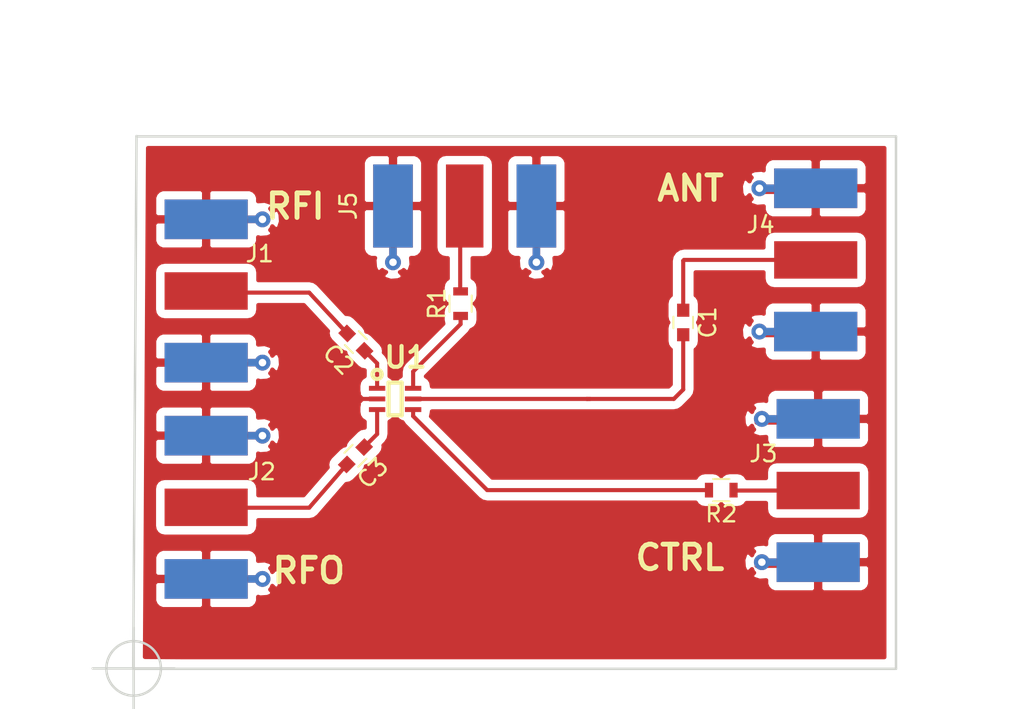
<source format=kicad_pcb>
(kicad_pcb (version 20170922) (host pcbnew "(2017-10-17 revision 537804b)-master")

(general
  (thickness 1.6)
  (drawings 10)
  (tracks 41)
  (zones 0)
  (modules 11)
  (nets 12)
)

(page A4)
(layers
  (0 F.Cu signal)
  (31 B.Cu signal)
  (32 B.Adhes user)
  (33 F.Adhes user)
  (34 B.Paste user)
  (35 F.Paste user)
  (36 B.SilkS user)
  (37 F.SilkS user)
  (38 B.Mask user)
  (39 F.Mask user)
  (40 Dwgs.User user)
  (41 Cmts.User user)
  (42 Eco1.User user)
  (43 Eco2.User user)
  (44 Edge.Cuts user)
  (45 Margin user)
  (46 B.CrtYd user)
  (47 F.CrtYd user)
  (48 B.Fab user)
  (49 F.Fab user)
)


(general
  (thickness 1.6)
  (drawings 10)
  (tracks 41)
  (zones 0)
  (modules 11)
  (nets 12)
)

(page A4)
(layers
  (0 F.Cu signal)
  (31 B.Cu signal)
  (32 B.Adhes user)
  (33 F.Adhes user)
  (34 B.Paste user)
  (35 F.Paste user)
  (36 B.SilkS user)
  (37 F.SilkS user)
  (38 B.Mask user)
  (39 F.Mask user)
  (40 Dwgs.User user)
  (41 Cmts.User user)
  (42 Eco1.User user)
  (43 Eco2.User user)
  (44 Edge.Cuts user)
  (45 Margin user)
  (46 B.CrtYd user)
  (47 F.CrtYd user)
  (48 B.Fab user)
  (49 F.Fab user)
)

(setup
  (last_trace_width 0.25)
  (user_trace_width 1)
  (trace_clearance 0.2)
  (zone_clearance 0.508)
  (zone_45_only no)
  (trace_min 0.2)
  (segment_width 0.2)
  (edge_width 0.15)
  (via_size 0.8)
  (via_drill 0.4)
  (via_min_size 0.4)
  (via_min_drill 0.3)
  (uvia_size 0.3)
  (uvia_drill 0.1)
  (uvias_allowed no)
  (uvia_min_size 0.2)
  (uvia_min_drill 0.1)
  (pcb_text_width 0.3)
  (pcb_text_size 1.5 1.5)
  (mod_edge_width 0.15)
  (mod_text_size 1 1)
  (mod_text_width 0.15)
  (pad_size 1.524 1.524)
  (pad_drill 0.762)
  (pad_to_mask_clearance 0.2)
  (aux_axis_origin 153.9 110.225)
  (visible_elements FFFFFF7F)
  (pcbplotparams
    (layerselection 0x00020_7fffffff)
    (usegerberextensions false)
    (usegerberattributes true)
    (usegerberadvancedattributes true)
    (creategerberjobfile true)
    (excludeedgelayer true)
    (linewidth 0.100000)
    (plotframeref false)
    (viasonmask false)
    (mode 1)
    (useauxorigin true)
    (hpglpennumber 1)
    (hpglpenspeed 20)
    (hpglpendiameter 15)
    (psnegative false)
    (psa4output false)
    (plotreference true)
    (plotvalue true)
    (plotinvisibletext false)
    (padsonsilk false)
    (subtractmaskfromsilk false)
    (outputformat 1)
    (mirror false)
    (drillshape 0)
    (scaleselection 1)
    (outputdirectory homefab/rf_switch_only))
)

(net 0 "")
(net 1 GND)
(net 2 "Net-(J3-Pad1)")
(net 3 "Net-(J5-Pad1)")
(net 4 "Net-(R1-Pad1)")
(net 5 "Net-(R2-Pad2)")
(net 6 "Net-(C1-Pad2)")
(net 7 "Net-(C1-Pad1)")
(net 8 "Net-(C2-Pad2)")
(net 9 "Net-(C2-Pad1)")
(net 10 "Net-(C3-Pad1)")
(net 11 "Net-(C3-Pad2)")

(net_class Default "This is the default net class."
  (clearance 0.2)
  (trace_width 0.25)
  (via_dia 0.8)
  (via_drill 0.4)
  (uvia_dia 0.3)
  (uvia_drill 0.1)
  (add_net GND)
  (add_net "Net-(C1-Pad1)")
  (add_net "Net-(C1-Pad2)")
  (add_net "Net-(C2-Pad1)")
  (add_net "Net-(C2-Pad2)")
  (add_net "Net-(C3-Pad1)")
  (add_net "Net-(C3-Pad2)")
  (add_net "Net-(J3-Pad1)")
  (add_net "Net-(J5-Pad1)")
  (add_net "Net-(R1-Pad1)")
  (add_net "Net-(R2-Pad2)")
)

  (module KiCad/Connectors_Molex.pretty:Molex_SMA_Jack_Edge_Mount (layer F.Cu) (tedit 587D2992) (tstamp 5BBBE6E2)
    (at 160.05 87.15)
    (descr "Molex SMA Jack, Edge Mount, http://www.molex.com/pdm_docs/sd/732511150_sd.pdf")
    (tags "sma edge")
    (path /5B4ACFC6)
    (attr smd)
    (fp_text reference J1 (at 1.55 -2.275) (layer F.SilkS)
      (effects (font (size 1 1) (thickness 0.15)))
    )
    (fp_text value RFI (at 4.1 -3.35) (layer F.Fab)
      (effects (font (size 1 1) (thickness 0.15)))
    )
    (fp_line (start -4.76 -0.38) (end 0.49 -0.38) (layer F.Fab) (width 0.1))
    (fp_line (start -4.76 0.38) (end 0.49 0.38) (layer F.Fab) (width 0.1))
    (fp_line (start 0.49 -0.38) (end 0.49 0.38) (layer F.Fab) (width 0.1))
    (fp_line (start 0.49 3.75) (end 0.49 4.76) (layer F.Fab) (width 0.1))
    (fp_line (start 0.49 -4.76) (end 0.49 -3.75) (layer F.Fab) (width 0.1))
    (fp_line (start -14.29 -6.09) (end -14.29 6.09) (layer F.CrtYd) (width 0.05))
    (fp_line (start -14.29 6.09) (end 2.71 6.09) (layer F.CrtYd) (width 0.05))
    (fp_line (start 2.71 -6.09) (end 2.71 6.09) (layer B.CrtYd) (width 0.05))
    (fp_line (start -14.29 -6.09) (end 2.71 -6.09) (layer B.CrtYd) (width 0.05))
    (fp_line (start -14.29 -6.09) (end -14.29 6.09) (layer B.CrtYd) (width 0.05))
    (fp_line (start -14.29 6.09) (end 2.71 6.09) (layer B.CrtYd) (width 0.05))
    (fp_line (start 2.71 -6.09) (end 2.71 6.09) (layer F.CrtYd) (width 0.05))
    (fp_line (start 2.71 -6.09) (end -14.29 -6.09) (layer F.CrtYd) (width 0.05))
    (fp_line (start -4.76 -3.75) (end 0.49 -3.75) (layer F.Fab) (width 0.1))
    (fp_line (start -4.76 3.75) (end 0.49 3.75) (layer F.Fab) (width 0.1))
    (fp_line (start -13.79 -2.65) (end -5.91 -2.65) (layer F.Fab) (width 0.1))
    (fp_line (start -13.79 -2.65) (end -13.79 2.65) (layer F.Fab) (width 0.1))
    (fp_line (start -13.79 2.65) (end -5.91 2.65) (layer F.Fab) (width 0.1))
    (fp_line (start -4.76 -3.75) (end -4.76 3.75) (layer F.Fab) (width 0.1))
    (fp_line (start 0.49 -4.76) (end -5.91 -4.76) (layer F.Fab) (width 0.1))
    (fp_line (start -5.91 -4.76) (end -5.91 4.76) (layer F.Fab) (width 0.1))
    (fp_line (start -5.91 4.76) (end 0.49 4.76) (layer F.Fab) (width 0.1))
    (pad 1 smd rect (at -1.72 0) (size 5.08 2.29) (layers F.Cu F.Paste F.Mask)
      (net 8 "Net-(C2-Pad2)"))
    (pad 2 smd rect (at -1.72 -4.38) (size 5.08 2.42) (layers F.Cu F.Paste F.Mask)
      (net 1 GND))
    (pad 2 smd rect (at -1.72 4.38) (size 5.08 2.42) (layers F.Cu F.Paste F.Mask)
      (net 1 GND))
    (pad 2 smd rect (at -1.72 -4.38) (size 5.08 2.42) (layers B.Cu B.Paste B.Mask)
      (net 1 GND))
    (pad 2 smd rect (at -1.72 4.38) (size 5.08 2.42) (layers B.Cu B.Paste B.Mask)
      (net 1 GND))
    (pad 2 thru_hole circle (at 1.72 -4.38) (size 0.97 0.97) (drill 0.46) (layers *.Cu)
      (net 1 GND))
    (pad 2 thru_hole circle (at 1.72 4.38) (size 0.97 0.97) (drill 0.46) (layers *.Cu)
      (net 1 GND))
    (pad 2 smd rect (at 1.27 -4.38) (size 0.89 0.46) (layers F.Cu)
      (net 1 GND))
    (pad 2 smd rect (at 1.27 4.38) (size 0.89 0.46) (layers F.Cu)
      (net 1 GND))
    (pad 2 smd rect (at 1.27 -4.38) (size 0.89 0.46) (layers B.Cu)
      (net 1 GND))
    (pad 2 smd rect (at 1.27 4.38) (size 0.89 0.46) (layers B.Cu)
      (net 1 GND))
    (model ${KISYS3DMOD}/Connectors_Molex.3dshapes/Molex_SMA_Jack_Edge_Mount.wrl
      (at (xyz 0 0 0))
      (scale (xyz 1 1 1))
      (rotate (xyz 0 0 0))
    )
  )

  (module KiCad/Connectors_Molex.pretty:Molex_SMA_Jack_Edge_Mount (layer F.Cu) (tedit 587D2992) (tstamp 5BBBE707)
    (at 160.05 100.375)
    (descr "Molex SMA Jack, Edge Mount, http://www.molex.com/pdm_docs/sd/732511150_sd.pdf")
    (tags "sma edge")
    (path /5B4AD035)
    (attr smd)
    (fp_text reference J2 (at 1.675 -2.175) (layer F.SilkS)
      (effects (font (size 1 1) (thickness 0.15)))
    )
    (fp_text value RFO (at 4.625 5.95) (layer F.Fab)
      (effects (font (size 1 1) (thickness 0.15)))
    )
    (fp_line (start -5.91 4.76) (end 0.49 4.76) (layer F.Fab) (width 0.1))
    (fp_line (start -5.91 -4.76) (end -5.91 4.76) (layer F.Fab) (width 0.1))
    (fp_line (start 0.49 -4.76) (end -5.91 -4.76) (layer F.Fab) (width 0.1))
    (fp_line (start -4.76 -3.75) (end -4.76 3.75) (layer F.Fab) (width 0.1))
    (fp_line (start -13.79 2.65) (end -5.91 2.65) (layer F.Fab) (width 0.1))
    (fp_line (start -13.79 -2.65) (end -13.79 2.65) (layer F.Fab) (width 0.1))
    (fp_line (start -13.79 -2.65) (end -5.91 -2.65) (layer F.Fab) (width 0.1))
    (fp_line (start -4.76 3.75) (end 0.49 3.75) (layer F.Fab) (width 0.1))
    (fp_line (start -4.76 -3.75) (end 0.49 -3.75) (layer F.Fab) (width 0.1))
    (fp_line (start 2.71 -6.09) (end -14.29 -6.09) (layer F.CrtYd) (width 0.05))
    (fp_line (start 2.71 -6.09) (end 2.71 6.09) (layer F.CrtYd) (width 0.05))
    (fp_line (start -14.29 6.09) (end 2.71 6.09) (layer B.CrtYd) (width 0.05))
    (fp_line (start -14.29 -6.09) (end -14.29 6.09) (layer B.CrtYd) (width 0.05))
    (fp_line (start -14.29 -6.09) (end 2.71 -6.09) (layer B.CrtYd) (width 0.05))
    (fp_line (start 2.71 -6.09) (end 2.71 6.09) (layer B.CrtYd) (width 0.05))
    (fp_line (start -14.29 6.09) (end 2.71 6.09) (layer F.CrtYd) (width 0.05))
    (fp_line (start -14.29 -6.09) (end -14.29 6.09) (layer F.CrtYd) (width 0.05))
    (fp_line (start 0.49 -4.76) (end 0.49 -3.75) (layer F.Fab) (width 0.1))
    (fp_line (start 0.49 3.75) (end 0.49 4.76) (layer F.Fab) (width 0.1))
    (fp_line (start 0.49 -0.38) (end 0.49 0.38) (layer F.Fab) (width 0.1))
    (fp_line (start -4.76 0.38) (end 0.49 0.38) (layer F.Fab) (width 0.1))
    (fp_line (start -4.76 -0.38) (end 0.49 -0.38) (layer F.Fab) (width 0.1))
    (pad 2 smd rect (at 1.27 4.38) (size 0.89 0.46) (layers B.Cu)
      (net 1 GND))
    (pad 2 smd rect (at 1.27 -4.38) (size 0.89 0.46) (layers B.Cu)
      (net 1 GND))
    (pad 2 smd rect (at 1.27 4.38) (size 0.89 0.46) (layers F.Cu)
      (net 1 GND))
    (pad 2 smd rect (at 1.27 -4.38) (size 0.89 0.46) (layers F.Cu)
      (net 1 GND))
    (pad 2 thru_hole circle (at 1.72 4.38) (size 0.97 0.97) (drill 0.46) (layers *.Cu)
      (net 1 GND))
    (pad 2 thru_hole circle (at 1.72 -4.38) (size 0.97 0.97) (drill 0.46) (layers *.Cu)
      (net 1 GND))
    (pad 2 smd rect (at -1.72 4.38) (size 5.08 2.42) (layers B.Cu B.Paste B.Mask)
      (net 1 GND))
    (pad 2 smd rect (at -1.72 -4.38) (size 5.08 2.42) (layers B.Cu B.Paste B.Mask)
      (net 1 GND))
    (pad 2 smd rect (at -1.72 4.38) (size 5.08 2.42) (layers F.Cu F.Paste F.Mask)
      (net 1 GND))
    (pad 2 smd rect (at -1.72 -4.38) (size 5.08 2.42) (layers F.Cu F.Paste F.Mask)
      (net 1 GND))
    (pad 1 smd rect (at -1.72 0) (size 5.08 2.29) (layers F.Cu F.Paste F.Mask)
      (net 11 "Net-(C3-Pad2)"))
    (model ${KISYS3DMOD}/Connectors_Molex.3dshapes/Molex_SMA_Jack_Edge_Mount.wrl
      (at (xyz 0 0 0))
      (scale (xyz 1 1 1))
      (rotate (xyz 0 0 0))
    )
  )

  (module KiCad/Connectors_Molex.pretty:Molex_SMA_Jack_Edge_Mount (layer F.Cu) (tedit 587D2992) (tstamp 5BBBE72C)
    (at 194 99.35 180)
    (descr "Molex SMA Jack, Edge Mount, http://www.molex.com/pdm_docs/sd/732511150_sd.pdf")
    (tags "sma edge")
    (path /5B4AD06B)
    (attr smd)
    (fp_text reference J3 (at 1.625 2.25 180) (layer F.SilkS)
      (effects (font (size 1 1) (thickness 0.15)))
    )
    (fp_text value CTRL (at -1.72 -7.11 180) (layer F.Fab)
      (effects (font (size 1 1) (thickness 0.15)))
    )
    (fp_line (start -4.76 -0.38) (end 0.49 -0.38) (layer F.Fab) (width 0.1))
    (fp_line (start -4.76 0.38) (end 0.49 0.38) (layer F.Fab) (width 0.1))
    (fp_line (start 0.49 -0.38) (end 0.49 0.38) (layer F.Fab) (width 0.1))
    (fp_line (start 0.49 3.75) (end 0.49 4.76) (layer F.Fab) (width 0.1))
    (fp_line (start 0.49 -4.76) (end 0.49 -3.75) (layer F.Fab) (width 0.1))
    (fp_line (start -14.29 -6.09) (end -14.29 6.09) (layer F.CrtYd) (width 0.05))
    (fp_line (start -14.29 6.09) (end 2.71 6.09) (layer F.CrtYd) (width 0.05))
    (fp_line (start 2.71 -6.09) (end 2.71 6.09) (layer B.CrtYd) (width 0.05))
    (fp_line (start -14.29 -6.09) (end 2.71 -6.09) (layer B.CrtYd) (width 0.05))
    (fp_line (start -14.29 -6.09) (end -14.29 6.09) (layer B.CrtYd) (width 0.05))
    (fp_line (start -14.29 6.09) (end 2.71 6.09) (layer B.CrtYd) (width 0.05))
    (fp_line (start 2.71 -6.09) (end 2.71 6.09) (layer F.CrtYd) (width 0.05))
    (fp_line (start 2.71 -6.09) (end -14.29 -6.09) (layer F.CrtYd) (width 0.05))
    (fp_line (start -4.76 -3.75) (end 0.49 -3.75) (layer F.Fab) (width 0.1))
    (fp_line (start -4.76 3.75) (end 0.49 3.75) (layer F.Fab) (width 0.1))
    (fp_line (start -13.79 -2.65) (end -5.91 -2.65) (layer F.Fab) (width 0.1))
    (fp_line (start -13.79 -2.65) (end -13.79 2.65) (layer F.Fab) (width 0.1))
    (fp_line (start -13.79 2.65) (end -5.91 2.65) (layer F.Fab) (width 0.1))
    (fp_line (start -4.76 -3.75) (end -4.76 3.75) (layer F.Fab) (width 0.1))
    (fp_line (start 0.49 -4.76) (end -5.91 -4.76) (layer F.Fab) (width 0.1))
    (fp_line (start -5.91 -4.76) (end -5.91 4.76) (layer F.Fab) (width 0.1))
    (fp_line (start -5.91 4.76) (end 0.49 4.76) (layer F.Fab) (width 0.1))
    (pad 1 smd rect (at -1.72 0 180) (size 5.08 2.29) (layers F.Cu F.Paste F.Mask)
      (net 2 "Net-(J3-Pad1)"))
    (pad 2 smd rect (at -1.72 -4.38 180) (size 5.08 2.42) (layers F.Cu F.Paste F.Mask)
      (net 1 GND))
    (pad 2 smd rect (at -1.72 4.38 180) (size 5.08 2.42) (layers F.Cu F.Paste F.Mask)
      (net 1 GND))
    (pad 2 smd rect (at -1.72 -4.38 180) (size 5.08 2.42) (layers B.Cu B.Paste B.Mask)
      (net 1 GND))
    (pad 2 smd rect (at -1.72 4.38 180) (size 5.08 2.42) (layers B.Cu B.Paste B.Mask)
      (net 1 GND))
    (pad 2 thru_hole circle (at 1.72 -4.38 180) (size 0.97 0.97) (drill 0.46) (layers *.Cu)
      (net 1 GND))
    (pad 2 thru_hole circle (at 1.72 4.38 180) (size 0.97 0.97) (drill 0.46) (layers *.Cu)
      (net 1 GND))
    (pad 2 smd rect (at 1.27 -4.38 180) (size 0.89 0.46) (layers F.Cu)
      (net 1 GND))
    (pad 2 smd rect (at 1.27 4.38 180) (size 0.89 0.46) (layers F.Cu)
      (net 1 GND))
    (pad 2 smd rect (at 1.27 -4.38 180) (size 0.89 0.46) (layers B.Cu)
      (net 1 GND))
    (pad 2 smd rect (at 1.27 4.38 180) (size 0.89 0.46) (layers B.Cu)
      (net 1 GND))
    (model ${KISYS3DMOD}/Connectors_Molex.3dshapes/Molex_SMA_Jack_Edge_Mount.wrl
      (at (xyz 0 0 0))
      (scale (xyz 1 1 1))
      (rotate (xyz 0 0 0))
    )
  )

  (module KiCad/Connectors_Molex.pretty:Molex_SMA_Jack_Edge_Mount (layer F.Cu) (tedit 587D2992) (tstamp 5BBBE751)
    (at 193.85 85.25 180)
    (descr "Molex SMA Jack, Edge Mount, http://www.molex.com/pdm_docs/sd/732511150_sd.pdf")
    (tags "sma edge")
    (path /5B4AD0BF)
    (attr smd)
    (fp_text reference J4 (at 1.65 2.15 180) (layer F.SilkS)
      (effects (font (size 1 1) (thickness 0.15)))
    )
    (fp_text value ANT (at -1.72 -7.11 180) (layer F.Fab)
      (effects (font (size 1 1) (thickness 0.15)))
    )
    (fp_line (start -5.91 4.76) (end 0.49 4.76) (layer F.Fab) (width 0.1))
    (fp_line (start -5.91 -4.76) (end -5.91 4.76) (layer F.Fab) (width 0.1))
    (fp_line (start 0.49 -4.76) (end -5.91 -4.76) (layer F.Fab) (width 0.1))
    (fp_line (start -4.76 -3.75) (end -4.76 3.75) (layer F.Fab) (width 0.1))
    (fp_line (start -13.79 2.65) (end -5.91 2.65) (layer F.Fab) (width 0.1))
    (fp_line (start -13.79 -2.65) (end -13.79 2.65) (layer F.Fab) (width 0.1))
    (fp_line (start -13.79 -2.65) (end -5.91 -2.65) (layer F.Fab) (width 0.1))
    (fp_line (start -4.76 3.75) (end 0.49 3.75) (layer F.Fab) (width 0.1))
    (fp_line (start -4.76 -3.75) (end 0.49 -3.75) (layer F.Fab) (width 0.1))
    (fp_line (start 2.71 -6.09) (end -14.29 -6.09) (layer F.CrtYd) (width 0.05))
    (fp_line (start 2.71 -6.09) (end 2.71 6.09) (layer F.CrtYd) (width 0.05))
    (fp_line (start -14.29 6.09) (end 2.71 6.09) (layer B.CrtYd) (width 0.05))
    (fp_line (start -14.29 -6.09) (end -14.29 6.09) (layer B.CrtYd) (width 0.05))
    (fp_line (start -14.29 -6.09) (end 2.71 -6.09) (layer B.CrtYd) (width 0.05))
    (fp_line (start 2.71 -6.09) (end 2.71 6.09) (layer B.CrtYd) (width 0.05))
    (fp_line (start -14.29 6.09) (end 2.71 6.09) (layer F.CrtYd) (width 0.05))
    (fp_line (start -14.29 -6.09) (end -14.29 6.09) (layer F.CrtYd) (width 0.05))
    (fp_line (start 0.49 -4.76) (end 0.49 -3.75) (layer F.Fab) (width 0.1))
    (fp_line (start 0.49 3.75) (end 0.49 4.76) (layer F.Fab) (width 0.1))
    (fp_line (start 0.49 -0.38) (end 0.49 0.38) (layer F.Fab) (width 0.1))
    (fp_line (start -4.76 0.38) (end 0.49 0.38) (layer F.Fab) (width 0.1))
    (fp_line (start -4.76 -0.38) (end 0.49 -0.38) (layer F.Fab) (width 0.1))
    (pad 2 smd rect (at 1.27 4.38 180) (size 0.89 0.46) (layers B.Cu)
      (net 1 GND))
    (pad 2 smd rect (at 1.27 -4.38 180) (size 0.89 0.46) (layers B.Cu)
      (net 1 GND))
    (pad 2 smd rect (at 1.27 4.38 180) (size 0.89 0.46) (layers F.Cu)
      (net 1 GND))
    (pad 2 smd rect (at 1.27 -4.38 180) (size 0.89 0.46) (layers F.Cu)
      (net 1 GND))
    (pad 2 thru_hole circle (at 1.72 4.38 180) (size 0.97 0.97) (drill 0.46) (layers *.Cu)
      (net 1 GND))
    (pad 2 thru_hole circle (at 1.72 -4.38 180) (size 0.97 0.97) (drill 0.46) (layers *.Cu)
      (net 1 GND))
    (pad 2 smd rect (at -1.72 4.38 180) (size 5.08 2.42) (layers B.Cu B.Paste B.Mask)
      (net 1 GND))
    (pad 2 smd rect (at -1.72 -4.38 180) (size 5.08 2.42) (layers B.Cu B.Paste B.Mask)
      (net 1 GND))
    (pad 2 smd rect (at -1.72 4.38 180) (size 5.08 2.42) (layers F.Cu F.Paste F.Mask)
      (net 1 GND))
    (pad 2 smd rect (at -1.72 -4.38 180) (size 5.08 2.42) (layers F.Cu F.Paste F.Mask)
      (net 1 GND))
    (pad 1 smd rect (at -1.72 0 180) (size 5.08 2.29) (layers F.Cu F.Paste F.Mask)
      (net 7 "Net-(C1-Pad1)"))
    (model ${KISYS3DMOD}/Connectors_Molex.3dshapes/Molex_SMA_Jack_Edge_Mount.wrl
      (at (xyz 0 0 0))
      (scale (xyz 1 1 1))
      (rotate (xyz 0 0 0))
    )
  )

  (module OLIMEX/KiCAD/KiCAD_Footprints/OLIMEX_IC-FP.pretty:SC70-6_Pitch-0.65_2.00x2.10x1.00mm (layer F.Cu) (tedit 5B4AF1B6) (tstamp 5BBBE764)
    (at 169.875 93.75 180)
    (descr http://ww1.microchip.com/downloads/en/DeviceDoc/25154A.pdf)
    (tags SC70-6)
    (path /5B4AD2A2)
    (attr smd)
    (fp_text reference U1 (at -0.635 2.54 180) (layer F.SilkS)
      (effects (font (size 1.27 1.27) (thickness 0.254)))
    )
    (fp_text value pe4259ds (at -2.875 -5.025 135) (layer F.Fab)
      (effects (font (size 1.27 1.27) (thickness 0.254)))
    )
    (fp_line (start -0.4 -1) (end -0.4 1) (layer F.SilkS) (width 0.254))
    (fp_line (start -0.4 1) (end 0.4 1) (layer F.SilkS) (width 0.254))
    (fp_line (start 0.4 1) (end 0.4 -1) (layer F.SilkS) (width 0.254))
    (fp_line (start 0.4 -1) (end -0.4 -1) (layer F.SilkS) (width 0.254))
    (fp_line (start -1.1 -1) (end -1.1 1) (layer F.Fab) (width 0.1))
    (fp_line (start -1.1 1) (end 1.1 1) (layer F.Fab) (width 0.1))
    (fp_line (start 1.1 1) (end 1.1 -1) (layer F.Fab) (width 0.1))
    (fp_line (start 1.1 -1) (end -1.1 -1) (layer F.Fab) (width 0.1))
    (fp_circle (center 1.1 1.5) (end 1.3 1.7) (layer F.SilkS) (width 0.254))
    (pad 1 smd rect (at 1.1 0.65 270) (size 0.3 1) (layers F.Cu F.Paste F.Mask)
      (net 9 "Net-(C2-Pad1)") (solder_mask_margin 0.0508))
    (pad 2 smd rect (at 1.1 0 270) (size 0.3 1) (layers F.Cu F.Paste F.Mask)
      (net 1 GND) (solder_mask_margin 0.0508))
    (pad 3 smd rect (at 1.1 -0.65 270) (size 0.3 1) (layers F.Cu F.Paste F.Mask)
      (net 10 "Net-(C3-Pad1)") (solder_mask_margin 0.0508))
    (pad 4 smd rect (at -1.1 -0.65 270) (size 0.3 1) (layers F.Cu F.Paste F.Mask)
      (net 5 "Net-(R2-Pad2)") (solder_mask_margin 0.0508))
    (pad 5 smd rect (at -1.1 0 270) (size 0.3 1) (layers F.Cu F.Paste F.Mask)
      (net 6 "Net-(C1-Pad2)") (solder_mask_margin 0.0508))
    (pad 6 smd rect (at -1.1 0.65 270) (size 0.3 1) (layers F.Cu F.Paste F.Mask)
      (net 4 "Net-(R1-Pad1)") (solder_mask_margin 0.0508))
  )

  (module KiCad/Connectors_Molex.pretty:Molex_SMA_Jack_Edge_Mount (layer F.Cu) (tedit 587D2992) (tstamp 5BE21673)
    (at 174.125 83.675 270)
    (descr "Molex SMA Jack, Edge Mount, http://www.molex.com/pdm_docs/sd/732511150_sd.pdf")
    (tags "sma edge")
    (path /5B4AF99C)
    (attr smd)
    (fp_text reference J5 (at -1.72 7.11 270) (layer F.SilkS)
      (effects (font (size 1 1) (thickness 0.15)))
    )
    (fp_text value 3V3 (at -1.72 -7.11 270) (layer F.Fab)
      (effects (font (size 1 1) (thickness 0.15)))
    )
    (fp_line (start -4.76 -0.38) (end 0.49 -0.38) (layer F.Fab) (width 0.1))
    (fp_line (start -4.76 0.38) (end 0.49 0.38) (layer F.Fab) (width 0.1))
    (fp_line (start 0.49 -0.38) (end 0.49 0.38) (layer F.Fab) (width 0.1))
    (fp_line (start 0.49 3.75) (end 0.49 4.76) (layer F.Fab) (width 0.1))
    (fp_line (start 0.49 -4.76) (end 0.49 -3.75) (layer F.Fab) (width 0.1))
    (fp_line (start -14.29 -6.09) (end -14.29 6.09) (layer F.CrtYd) (width 0.05))
    (fp_line (start -14.29 6.09) (end 2.71 6.09) (layer F.CrtYd) (width 0.05))
    (fp_line (start 2.71 -6.09) (end 2.71 6.09) (layer B.CrtYd) (width 0.05))
    (fp_line (start -14.29 -6.09) (end 2.71 -6.09) (layer B.CrtYd) (width 0.05))
    (fp_line (start -14.29 -6.09) (end -14.29 6.09) (layer B.CrtYd) (width 0.05))
    (fp_line (start -14.29 6.09) (end 2.71 6.09) (layer B.CrtYd) (width 0.05))
    (fp_line (start 2.71 -6.09) (end 2.71 6.09) (layer F.CrtYd) (width 0.05))
    (fp_line (start 2.71 -6.09) (end -14.29 -6.09) (layer F.CrtYd) (width 0.05))
    (fp_line (start -4.76 -3.75) (end 0.49 -3.75) (layer F.Fab) (width 0.1))
    (fp_line (start -4.76 3.75) (end 0.49 3.75) (layer F.Fab) (width 0.1))
    (fp_line (start -13.79 -2.65) (end -5.91 -2.65) (layer F.Fab) (width 0.1))
    (fp_line (start -13.79 -2.65) (end -13.79 2.65) (layer F.Fab) (width 0.1))
    (fp_line (start -13.79 2.65) (end -5.91 2.65) (layer F.Fab) (width 0.1))
    (fp_line (start -4.76 -3.75) (end -4.76 3.75) (layer F.Fab) (width 0.1))
    (fp_line (start 0.49 -4.76) (end -5.91 -4.76) (layer F.Fab) (width 0.1))
    (fp_line (start -5.91 -4.76) (end -5.91 4.76) (layer F.Fab) (width 0.1))
    (fp_line (start -5.91 4.76) (end 0.49 4.76) (layer F.Fab) (width 0.1))
    (pad 1 smd rect (at -1.72 0 270) (size 5.08 2.29) (layers F.Cu F.Paste F.Mask)
      (net 3 "Net-(J5-Pad1)"))
    (pad 2 smd rect (at -1.72 -4.38 270) (size 5.08 2.42) (layers F.Cu F.Paste F.Mask)
      (net 1 GND))
    (pad 2 smd rect (at -1.72 4.38 270) (size 5.08 2.42) (layers F.Cu F.Paste F.Mask)
      (net 1 GND))
    (pad 2 smd rect (at -1.72 -4.38 270) (size 5.08 2.42) (layers B.Cu B.Paste B.Mask)
      (net 1 GND))
    (pad 2 smd rect (at -1.72 4.38 270) (size 5.08 2.42) (layers B.Cu B.Paste B.Mask)
      (net 1 GND))
    (pad 2 thru_hole circle (at 1.72 -4.38 270) (size 0.97 0.97) (drill 0.46) (layers *.Cu)
      (net 1 GND))
    (pad 2 thru_hole circle (at 1.72 4.38 270) (size 0.97 0.97) (drill 0.46) (layers *.Cu)
      (net 1 GND))
    (pad 2 smd rect (at 1.27 -4.38 270) (size 0.89 0.46) (layers F.Cu)
      (net 1 GND))
    (pad 2 smd rect (at 1.27 4.38 270) (size 0.89 0.46) (layers F.Cu)
      (net 1 GND))
    (pad 2 smd rect (at 1.27 -4.38 270) (size 0.89 0.46) (layers B.Cu)
      (net 1 GND))
    (pad 2 smd rect (at 1.27 4.38 270) (size 0.89 0.46) (layers B.Cu)
      (net 1 GND))
    (model ${KISYS3DMOD}/Connectors_Molex.3dshapes/Molex_SMA_Jack_Edge_Mount.wrl
      (at (xyz 0 0 0))
      (scale (xyz 1 1 1))
      (rotate (xyz 0 0 0))
    )
  )

  (module KiCad/Resistors_SMD.pretty:R_0603 (layer F.Cu) (tedit 58E0A804) (tstamp 5BF4F26B)
    (at 173.875 87.925 90)
    (descr "Resistor SMD 0603, reflow soldering, Vishay (see dcrcw.pdf)")
    (tags "resistor 0603")
    (path /5B4B42FE)
    (attr smd)
    (fp_text reference R1 (at 0 -1.45 90) (layer F.SilkS)
      (effects (font (size 1 1) (thickness 0.15)))
    )
    (fp_text value 1K (at 0 1.5 90) (layer F.Fab)
      (effects (font (size 1 1) (thickness 0.15)))
    )
    (fp_line (start 1.25 0.7) (end -1.25 0.7) (layer F.CrtYd) (width 0.05))
    (fp_line (start 1.25 0.7) (end 1.25 -0.7) (layer F.CrtYd) (width 0.05))
    (fp_line (start -1.25 -0.7) (end -1.25 0.7) (layer F.CrtYd) (width 0.05))
    (fp_line (start -1.25 -0.7) (end 1.25 -0.7) (layer F.CrtYd) (width 0.05))
    (fp_line (start -0.5 -0.68) (end 0.5 -0.68) (layer F.SilkS) (width 0.12))
    (fp_line (start 0.5 0.68) (end -0.5 0.68) (layer F.SilkS) (width 0.12))
    (fp_line (start -0.8 -0.4) (end 0.8 -0.4) (layer F.Fab) (width 0.1))
    (fp_line (start 0.8 -0.4) (end 0.8 0.4) (layer F.Fab) (width 0.1))
    (fp_line (start 0.8 0.4) (end -0.8 0.4) (layer F.Fab) (width 0.1))
    (fp_line (start -0.8 0.4) (end -0.8 -0.4) (layer F.Fab) (width 0.1))
    (fp_text user %R (at 0 0 90) (layer F.Fab)
      (effects (font (size 0.4 0.4) (thickness 0.075)))
    )
    (pad 2 smd rect (at 0.75 0 90) (size 0.5 0.9) (layers F.Cu F.Paste F.Mask)
      (net 3 "Net-(J5-Pad1)"))
    (pad 1 smd rect (at -0.75 0 90) (size 0.5 0.9) (layers F.Cu F.Paste F.Mask)
      (net 4 "Net-(R1-Pad1)"))
    (model ${KISYS3DMOD}/Resistors_SMD.3dshapes/R_0603.wrl
      (at (xyz 0 0 0))
      (scale (xyz 1 1 1))
      (rotate (xyz 0 0 0))
    )
  )

  (module KiCad/Resistors_SMD.pretty:R_0603 (layer F.Cu) (tedit 58E0A804) (tstamp 5BF4F27C)
    (at 189.8 99.325 180)
    (descr "Resistor SMD 0603, reflow soldering, Vishay (see dcrcw.pdf)")
    (tags "resistor 0603")
    (path /5B4B4209)
    (attr smd)
    (fp_text reference R2 (at 0 -1.45 180) (layer F.SilkS)
      (effects (font (size 1 1) (thickness 0.15)))
    )
    (fp_text value 1K (at 0 1.5 180) (layer F.Fab)
      (effects (font (size 1 1) (thickness 0.15)))
    )
    (fp_text user %R (at 0 0 180) (layer F.Fab)
      (effects (font (size 0.4 0.4) (thickness 0.075)))
    )
    (fp_line (start -0.8 0.4) (end -0.8 -0.4) (layer F.Fab) (width 0.1))
    (fp_line (start 0.8 0.4) (end -0.8 0.4) (layer F.Fab) (width 0.1))
    (fp_line (start 0.8 -0.4) (end 0.8 0.4) (layer F.Fab) (width 0.1))
    (fp_line (start -0.8 -0.4) (end 0.8 -0.4) (layer F.Fab) (width 0.1))
    (fp_line (start 0.5 0.68) (end -0.5 0.68) (layer F.SilkS) (width 0.12))
    (fp_line (start -0.5 -0.68) (end 0.5 -0.68) (layer F.SilkS) (width 0.12))
    (fp_line (start -1.25 -0.7) (end 1.25 -0.7) (layer F.CrtYd) (width 0.05))
    (fp_line (start -1.25 -0.7) (end -1.25 0.7) (layer F.CrtYd) (width 0.05))
    (fp_line (start 1.25 0.7) (end 1.25 -0.7) (layer F.CrtYd) (width 0.05))
    (fp_line (start 1.25 0.7) (end -1.25 0.7) (layer F.CrtYd) (width 0.05))
    (pad 1 smd rect (at -0.75 0 180) (size 0.5 0.9) (layers F.Cu F.Paste F.Mask)
      (net 2 "Net-(J3-Pad1)"))
    (pad 2 smd rect (at 0.75 0 180) (size 0.5 0.9) (layers F.Cu F.Paste F.Mask)
      (net 5 "Net-(R2-Pad2)"))
    (model ${KISYS3DMOD}/Resistors_SMD.3dshapes/R_0603.wrl
      (at (xyz 0 0 0))
      (scale (xyz 1 1 1))
      (rotate (xyz 0 0 0))
    )
  )

  (module KiCad/Capacitors_SMD.pretty:C_0603 (layer F.Cu) (tedit 59958EE7) (tstamp 5C07CCAE)
    (at 187.475 89.075 270)
    (descr "Capacitor SMD 0603, reflow soldering, AVX (see smccp.pdf)")
    (tags "capacitor 0603")
    (path /5B4B4B33)
    (attr smd)
    (fp_text reference C1 (at 0 -1.5 270) (layer F.SilkS)
      (effects (font (size 1 1) (thickness 0.15)))
    )
    (fp_text value 1uF (at 0 1.5 270) (layer F.Fab)
      (effects (font (size 1 1) (thickness 0.15)))
    )
    (fp_line (start 1.4 0.65) (end -1.4 0.65) (layer F.CrtYd) (width 0.05))
    (fp_line (start 1.4 0.65) (end 1.4 -0.65) (layer F.CrtYd) (width 0.05))
    (fp_line (start -1.4 -0.65) (end -1.4 0.65) (layer F.CrtYd) (width 0.05))
    (fp_line (start -1.4 -0.65) (end 1.4 -0.65) (layer F.CrtYd) (width 0.05))
    (fp_line (start 0.35 0.6) (end -0.35 0.6) (layer F.SilkS) (width 0.12))
    (fp_line (start -0.35 -0.6) (end 0.35 -0.6) (layer F.SilkS) (width 0.12))
    (fp_line (start -0.8 -0.4) (end 0.8 -0.4) (layer F.Fab) (width 0.1))
    (fp_line (start 0.8 -0.4) (end 0.8 0.4) (layer F.Fab) (width 0.1))
    (fp_line (start 0.8 0.4) (end -0.8 0.4) (layer F.Fab) (width 0.1))
    (fp_line (start -0.8 0.4) (end -0.8 -0.4) (layer F.Fab) (width 0.1))
    (fp_text user %R (at 0 0 270) (layer F.Fab)
      (effects (font (size 0.3 0.3) (thickness 0.075)))
    )
    (pad 2 smd rect (at 0.75 0 270) (size 0.8 0.75) (layers F.Cu F.Paste F.Mask)
      (net 6 "Net-(C1-Pad2)"))
    (pad 1 smd rect (at -0.75 0 270) (size 0.8 0.75) (layers F.Cu F.Paste F.Mask)
      (net 7 "Net-(C1-Pad1)"))
    (model Capacitors_SMD.3dshapes/C_0603.wrl
      (at (xyz 0 0 0))
      (scale (xyz 1 1 1))
      (rotate (xyz 0 0 0))
    )
  )

  (module KiCad/Capacitors_SMD.pretty:C_0603 (layer F.Cu) (tedit 59958EE7) (tstamp 5B51356A)
    (at 167.475 90.275 135)
    (descr "Capacitor SMD 0603, reflow soldering, AVX (see smccp.pdf)")
    (tags "capacitor 0603")
    (path /5B5135C2)
    (attr smd)
    (fp_text reference C2 (at 0 -1.5 135) (layer F.SilkS)
      (effects (font (size 1 1) (thickness 0.15)))
    )
    (fp_text value 1uF (at 0 1.5 135) (layer F.Fab)
      (effects (font (size 1 1) (thickness 0.15)))
    )
    (fp_line (start 1.4 0.65) (end -1.4 0.65) (layer F.CrtYd) (width 0.05))
    (fp_line (start 1.4 0.65) (end 1.4 -0.65) (layer F.CrtYd) (width 0.05))
    (fp_line (start -1.4 -0.65) (end -1.4 0.65) (layer F.CrtYd) (width 0.05))
    (fp_line (start -1.4 -0.65) (end 1.4 -0.65) (layer F.CrtYd) (width 0.05))
    (fp_line (start 0.35 0.6) (end -0.35 0.6) (layer F.SilkS) (width 0.12))
    (fp_line (start -0.35 -0.6) (end 0.35 -0.6) (layer F.SilkS) (width 0.12))
    (fp_line (start -0.8 -0.4) (end 0.8 -0.4) (layer F.Fab) (width 0.1))
    (fp_line (start 0.8 -0.4) (end 0.8 0.4) (layer F.Fab) (width 0.1))
    (fp_line (start 0.8 0.4) (end -0.8 0.4) (layer F.Fab) (width 0.1))
    (fp_line (start -0.8 0.4) (end -0.8 -0.4) (layer F.Fab) (width 0.1))
    (fp_text user %R (at 0 0 135) (layer F.Fab)
      (effects (font (size 0.3 0.3) (thickness 0.075)))
    )
    (pad 2 smd rect (at 0.75 0 135) (size 0.8 0.75) (layers F.Cu F.Paste F.Mask)
      (net 8 "Net-(C2-Pad2)"))
    (pad 1 smd rect (at -0.75 0 135) (size 0.8 0.75) (layers F.Cu F.Paste F.Mask)
      (net 9 "Net-(C2-Pad1)"))
    (model Capacitors_SMD.3dshapes/C_0603.wrl
      (at (xyz 0 0 0))
      (scale (xyz 1 1 1))
      (rotate (xyz 0 0 0))
    )
  )

  (module KiCad/Capacitors_SMD.pretty:C_0603 (layer F.Cu) (tedit 59958EE7) (tstamp 5B51357B)
    (at 167.45 97.225 225)
    (descr "Capacitor SMD 0603, reflow soldering, AVX (see smccp.pdf)")
    (tags "capacitor 0603")
    (path /5B5136C2)
    (attr smd)
    (fp_text reference C3 (at 0 -1.5 225) (layer F.SilkS)
      (effects (font (size 1 1) (thickness 0.15)))
    )
    (fp_text value 1uF (at 0 1.5 225) (layer F.Fab)
      (effects (font (size 1 1) (thickness 0.15)))
    )
    (fp_text user %R (at 0 0 225) (layer F.Fab)
      (effects (font (size 0.3 0.3) (thickness 0.075)))
    )
    (fp_line (start -0.8 0.4) (end -0.8 -0.4) (layer F.Fab) (width 0.1))
    (fp_line (start 0.8 0.4) (end -0.8 0.4) (layer F.Fab) (width 0.1))
    (fp_line (start 0.8 -0.4) (end 0.8 0.4) (layer F.Fab) (width 0.1))
    (fp_line (start -0.8 -0.4) (end 0.8 -0.4) (layer F.Fab) (width 0.1))
    (fp_line (start -0.349999 -0.6) (end 0.349999 -0.6) (layer F.SilkS) (width 0.12))
    (fp_line (start 0.349999 0.6) (end -0.349999 0.6) (layer F.SilkS) (width 0.12))
    (fp_line (start -1.4 -0.65) (end 1.4 -0.65) (layer F.CrtYd) (width 0.05))
    (fp_line (start -1.4 -0.65) (end -1.4 0.65) (layer F.CrtYd) (width 0.05))
    (fp_line (start 1.4 0.65) (end 1.4 -0.65) (layer F.CrtYd) (width 0.05))
    (fp_line (start 1.4 0.65) (end -1.4 0.65) (layer F.CrtYd) (width 0.05))
    (pad 1 smd rect (at -0.75 0 225) (size 0.8 0.75) (layers F.Cu F.Paste F.Mask)
      (net 10 "Net-(C3-Pad1)"))
    (pad 2 smd rect (at 0.75 0 225) (size 0.8 0.75) (layers F.Cu F.Paste F.Mask)
      (net 11 "Net-(C3-Pad2)"))
    (model Capacitors_SMD.3dshapes/C_0603.wrl
      (at (xyz 0 0 0))
      (scale (xyz 1 1 1))
      (rotate (xyz 0 0 0))
    )
  )

  (gr_line (start 153.5 93.75) (end 174.85 93.75) (layer Dwgs.User) (width 0.2))
  (gr_text CTRL (at 187.275 103.45) (layer F.SilkS)
    (effects (font (size 1.5 1.5) (thickness 0.3)))
  )
  (gr_text ANT (at 187.925 80.875) (layer F.SilkS)
    (effects (font (size 1.5 1.5) (thickness 0.3)))
  )
  (target plus (at 153.9 110.225) (size 5) (width 0.15) (layer Edge.Cuts))
  (gr_text RFI (at 163.775 81.975) (layer F.SilkS)
    (effects (font (size 1.5 1.5) (thickness 0.3)))
  )
  (gr_text RFO (at 164.6 104.25) (layer F.SilkS)
    (effects (font (size 1.5 1.5) (thickness 0.3)))
  )
  (gr_line (start 153.875 110.25) (end 154.075 77.675) (layer Edge.Cuts) (width 0.15))
  (gr_line (start 200.475 110.25) (end 153.875 110.25) (layer Edge.Cuts) (width 0.15))
  (gr_line (start 200.475 77.7) (end 200.475 110.25) (layer Edge.Cuts) (width 0.15))
  (gr_line (start 154.075 77.7) (end 200.475 77.7) (layer Edge.Cuts) (width 0.15))

  (segment (start 178.505 85.395) (end 178.505 81.955) (width 0.25) (layer F.Cu) (net 1))
  (segment (start 169.745 85.395) (end 169.745 81.955) (width 0.25) (layer F.Cu) (net 1))
  (segment (start 178.255 84.195) (end 178.255 80.755) (width 0.25) (layer F.Cu) (net 1))
  (segment (start 169.495 84.195) (end 169.495 80.755) (width 0.25) (layer F.Cu) (net 1))
  (segment (start 168.775 93.75) (end 163.215 93.75) (width 0.25) (layer F.Cu) (net 1))
  (segment (start 157.58 95.995) (end 160.37 95.995) (width 0.25) (layer F.Cu) (net 1))
  (segment (start 160.37 95.995) (end 161.02 95.995) (width 0.25) (layer F.Cu) (net 1))
  (segment (start 157.58 104.755) (end 160.37 104.755) (width 0.25) (layer F.Cu) (net 1))
  (segment (start 160.37 104.755) (end 161.02 104.755) (width 0.25) (layer F.Cu) (net 1))
  (segment (start 195.72 99.35) (end 190.575 99.35) (width 0.25) (layer F.Cu) (net 2))
  (segment (start 190.575 99.35) (end 190.55 99.325) (width 0.25) (layer F.Cu) (net 2))
  (segment (start 173.85 81.93) (end 173.85 87.15) (width 0.25) (layer F.Cu) (net 3))
  (segment (start 170.975 93.1) (end 170.975 92.075) (width 0.25) (layer F.Cu) (net 4))
  (segment (start 170.975 92.075) (end 173.875 89.175) (width 0.25) (layer F.Cu) (net 4))
  (segment (start 173.875 89.175) (end 173.875 88.675) (width 0.25) (layer F.Cu) (net 4))
  (segment (start 189.05 99.325) (end 175.5 99.325) (width 0.25) (layer F.Cu) (net 5))
  (segment (start 175.5 99.325) (end 170.975 94.8) (width 0.25) (layer F.Cu) (net 5))
  (segment (start 170.975 94.8) (end 170.975 94.4) (width 0.25) (layer F.Cu) (net 5))
  (segment (start 181.6 93.75) (end 181.775 93.75) (width 0.25) (layer F.Cu) (net 6))
  (segment (start 170.975 93.75) (end 181.6 93.75) (width 0.25) (layer F.Cu) (net 6))
  (segment (start 181.6 93.75) (end 186.9 93.75) (width 0.25) (layer F.Cu) (net 6))
  (segment (start 186.9 93.75) (end 187.475 93.175) (width 0.25) (layer F.Cu) (net 6))
  (segment (start 187.475 93.175) (end 187.475 89.825) (width 0.25) (layer F.Cu) (net 6))
  (segment (start 164.625 87.25) (end 166.94467 89.74467) (width 0.25) (layer F.Cu) (net 8))
  (segment (start 168.00533 90.80533) (end 168.775 91.575) (width 0.25) (layer F.Cu) (net 9))
  (segment (start 168.775 91.575) (end 168.775 93.1) (width 0.25) (layer F.Cu) (net 9))
  (segment (start 168.775 95.9) (end 168.775 94.4) (width 0.25) (layer F.Cu) (net 10))
  (segment (start 167.98033 96.69467) (end 168.775 95.9) (width 0.25) (layer F.Cu) (net 10))
  (segment (start 164.625 100.4) (end 166.91967 97.75533) (width 0.25) (layer F.Cu) (net 11))
  (segment (start 164.625 100.4) (end 157.68 100.4) (width 0.25) (layer F.Cu) (net 11) (tstamp 5B513821))
  (segment (start 164.625 87.25) (end 157.655 87.25) (width 0.25) (layer F.Cu) (net 8))
  (segment (start 157.655 91.63) (end 161.095 91.63) (width 0.25) (layer F.Cu) (net 1))
  (segment (start 157.655 82.87) (end 161.095 82.87) (width 0.25) (layer F.Cu) (net 1))
  (segment (start 195.52 81.095) (end 192.08 81.095) (width 0.25) (layer F.Cu) (net 1))
  (segment (start 195.52 89.855) (end 192.08 89.855) (width 0.25) (layer F.Cu) (net 1))
  (segment (start 195.395 95.195) (end 191.955 95.195) (width 0.25) (layer F.Cu) (net 1))
  (segment (start 195.395 103.955) (end 191.955 103.955) (width 0.25) (layer F.Cu) (net 1))
  (segment (start 173.85 87.15) (end 173.875 87.175) (width 0.25) (layer F.Cu) (net 3))
  (segment (start 187.475 88.325) (end 187.475 85.3) (width 0.25) (layer F.Cu) (net 7))
  (segment (start 187.475 85.3) (end 187.525 85.25) (width 0.25) (layer F.Cu) (net 7))
  (segment (start 187.525 85.25) (end 195.57 85.25) (width 0.25) (layer F.Cu) (net 7))

  (zone (net 1) (net_name GND) (layer F.Cu) (tstamp 0) (hatch edge 0.508)
    (connect_pads (clearance 0.508))
    (min_thickness 0.254)
    (fill yes (arc_segments 16) (thermal_gap 0.508) (thermal_bridge_width 0.508))
    (polygon
      (pts
        (xy 154.3 77.95) (xy 200.05 77.95) (xy 200.15 109.95) (xy 154.2 109.65) (xy 154.35 77.925)
      )
    )
    (filled_polygon
      (pts
        (xy 199.765 109.54) (xy 156.804151 109.54) (xy 154.589462 109.525541) (xy 154.616997 105.04075) (xy 155.155 105.04075)
        (xy 155.155 106.09131) (xy 155.251673 106.324699) (xy 155.430302 106.503327) (xy 155.663691 106.6) (xy 158.04425 106.6)
        (xy 158.203 106.44125) (xy 158.203 104.882) (xy 155.31375 104.882) (xy 155.155 105.04075) (xy 154.616997 105.04075)
        (xy 154.626955 103.41869) (xy 155.155 103.41869) (xy 155.155 104.46925) (xy 155.31375 104.628) (xy 158.203 104.628)
        (xy 158.203 103.06875) (xy 158.457 103.06875) (xy 158.457 104.628) (xy 158.477 104.628) (xy 158.477 104.882)
        (xy 158.457 104.882) (xy 158.457 106.44125) (xy 158.61575 106.6) (xy 160.996309 106.6) (xy 161.229698 106.503327)
        (xy 161.408327 106.324699) (xy 161.505 106.09131) (xy 161.505 105.847129) (xy 161.628564 105.888149) (xy 162.072968 105.856018)
        (xy 162.334308 105.747768) (xy 162.369595 105.5342) (xy 162.24171 105.406315) (xy 162.303327 105.344699) (xy 162.372443 105.177838)
        (xy 162.5492 105.354595) (xy 162.762768 105.319308) (xy 162.903149 104.896436) (xy 162.871018 104.452032) (xy 162.762768 104.190692)
        (xy 162.5492 104.155405) (xy 162.372443 104.332162) (xy 162.303327 104.165301) (xy 162.24171 104.103685) (xy 162.369595 103.9758)
        (xy 162.334308 103.762232) (xy 161.911436 103.621851) (xy 161.505 103.651237) (xy 161.505 103.588564) (xy 191.146851 103.588564)
        (xy 191.178982 104.032968) (xy 191.287232 104.294308) (xy 191.5008 104.329595) (xy 191.677557 104.152838) (xy 191.746673 104.319699)
        (xy 191.80829 104.381315) (xy 191.680405 104.5092) (xy 191.715692 104.722768) (xy 192.138564 104.863149) (xy 192.545 104.833763)
        (xy 192.545 105.06631) (xy 192.641673 105.299699) (xy 192.820302 105.478327) (xy 193.053691 105.575) (xy 195.43425 105.575)
        (xy 195.593 105.41625) (xy 195.593 103.857) (xy 195.847 103.857) (xy 195.847 105.41625) (xy 196.00575 105.575)
        (xy 198.386309 105.575) (xy 198.619698 105.478327) (xy 198.798327 105.299699) (xy 198.895 105.06631) (xy 198.895 104.01575)
        (xy 198.73625 103.857) (xy 195.847 103.857) (xy 195.593 103.857) (xy 195.573 103.857) (xy 195.573 103.603)
        (xy 195.593 103.603) (xy 195.593 102.04375) (xy 195.847 102.04375) (xy 195.847 103.603) (xy 198.73625 103.603)
        (xy 198.895 103.44425) (xy 198.895 102.39369) (xy 198.798327 102.160301) (xy 198.619698 101.981673) (xy 198.386309 101.885)
        (xy 196.00575 101.885) (xy 195.847 102.04375) (xy 195.593 102.04375) (xy 195.43425 101.885) (xy 193.053691 101.885)
        (xy 192.820302 101.981673) (xy 192.641673 102.160301) (xy 192.545 102.39369) (xy 192.545 102.637871) (xy 192.421436 102.596851)
        (xy 191.977032 102.628982) (xy 191.715692 102.737232) (xy 191.680405 102.9508) (xy 191.80829 103.078685) (xy 191.746673 103.140301)
        (xy 191.677557 103.307162) (xy 191.5008 103.130405) (xy 191.287232 103.165692) (xy 191.146851 103.588564) (xy 161.505 103.588564)
        (xy 161.505 103.41869) (xy 161.408327 103.185301) (xy 161.229698 103.006673) (xy 160.996309 102.91) (xy 158.61575 102.91)
        (xy 158.457 103.06875) (xy 158.203 103.06875) (xy 158.04425 102.91) (xy 155.663691 102.91) (xy 155.430302 103.006673)
        (xy 155.251673 103.185301) (xy 155.155 103.41869) (xy 154.626955 103.41869) (xy 154.670779 96.28075) (xy 155.155 96.28075)
        (xy 155.155 97.33131) (xy 155.251673 97.564699) (xy 155.430302 97.743327) (xy 155.663691 97.84) (xy 158.04425 97.84)
        (xy 158.203 97.68125) (xy 158.203 96.122) (xy 155.31375 96.122) (xy 155.155 96.28075) (xy 154.670779 96.28075)
        (xy 154.680738 94.65869) (xy 155.155 94.65869) (xy 155.155 95.70925) (xy 155.31375 95.868) (xy 158.203 95.868)
        (xy 158.203 94.30875) (xy 158.457 94.30875) (xy 158.457 95.868) (xy 158.477 95.868) (xy 158.477 96.122)
        (xy 158.457 96.122) (xy 158.457 97.68125) (xy 158.61575 97.84) (xy 160.996309 97.84) (xy 161.229698 97.743327)
        (xy 161.408327 97.564699) (xy 161.505 97.33131) (xy 161.505 97.087129) (xy 161.628564 97.128149) (xy 162.072968 97.096018)
        (xy 162.334308 96.987768) (xy 162.369595 96.7742) (xy 162.24171 96.646315) (xy 162.303327 96.584699) (xy 162.372443 96.417838)
        (xy 162.5492 96.594595) (xy 162.762768 96.559308) (xy 162.903149 96.136436) (xy 162.871018 95.692032) (xy 162.762768 95.430692)
        (xy 162.5492 95.395405) (xy 162.372443 95.572162) (xy 162.303327 95.405301) (xy 162.24171 95.343685) (xy 162.369595 95.2158)
        (xy 162.334308 95.002232) (xy 161.911436 94.861851) (xy 161.505 94.891237) (xy 161.505 94.65869) (xy 161.408327 94.425301)
        (xy 161.229698 94.246673) (xy 160.996309 94.15) (xy 158.61575 94.15) (xy 158.457 94.30875) (xy 158.203 94.30875)
        (xy 158.04425 94.15) (xy 155.663691 94.15) (xy 155.430302 94.246673) (xy 155.251673 94.425301) (xy 155.155 94.65869)
        (xy 154.680738 94.65869) (xy 154.698193 91.81575) (xy 155.155 91.81575) (xy 155.155 92.86631) (xy 155.251673 93.099699)
        (xy 155.430302 93.278327) (xy 155.663691 93.375) (xy 158.04425 93.375) (xy 158.203 93.21625) (xy 158.203 91.657)
        (xy 155.31375 91.657) (xy 155.155 91.81575) (xy 154.698193 91.81575) (xy 154.708152 90.19369) (xy 155.155 90.19369)
        (xy 155.155 91.24425) (xy 155.31375 91.403) (xy 158.203 91.403) (xy 158.203 89.84375) (xy 158.457 89.84375)
        (xy 158.457 91.403) (xy 158.477 91.403) (xy 158.477 91.657) (xy 158.457 91.657) (xy 158.457 93.21625)
        (xy 158.61575 93.375) (xy 160.996309 93.375) (xy 161.229698 93.278327) (xy 161.408327 93.099699) (xy 161.505 92.86631)
        (xy 161.505 92.622129) (xy 161.628564 92.663149) (xy 162.072968 92.631018) (xy 162.334308 92.522768) (xy 162.369595 92.3092)
        (xy 162.24171 92.181315) (xy 162.303327 92.119699) (xy 162.372443 91.952838) (xy 162.5492 92.129595) (xy 162.762768 92.094308)
        (xy 162.903149 91.671436) (xy 162.871018 91.227032) (xy 162.762768 90.965692) (xy 162.5492 90.930405) (xy 162.372443 91.107162)
        (xy 162.303327 90.940301) (xy 162.24171 90.878685) (xy 162.369595 90.7508) (xy 162.334308 90.537232) (xy 161.911436 90.396851)
        (xy 161.505 90.426237) (xy 161.505 90.19369) (xy 161.408327 89.960301) (xy 161.229698 89.781673) (xy 160.996309 89.685)
        (xy 158.61575 89.685) (xy 158.457 89.84375) (xy 158.203 89.84375) (xy 158.04425 89.685) (xy 155.663691 89.685)
        (xy 155.430302 89.781673) (xy 155.251673 89.960301) (xy 155.155 90.19369) (xy 154.708152 90.19369) (xy 154.73387 86.005)
        (xy 155.14256 86.005) (xy 155.14256 88.295) (xy 155.191843 88.542765) (xy 155.332191 88.752809) (xy 155.542235 88.893157)
        (xy 155.79 88.94244) (xy 160.87 88.94244) (xy 161.117765 88.893157) (xy 161.327809 88.752809) (xy 161.468157 88.542765)
        (xy 161.51744 88.295) (xy 161.51744 88.01) (xy 164.293897 88.01) (xy 165.774108 89.60188) (xy 165.749222 89.726992)
        (xy 165.798505 89.974757) (xy 165.938853 90.184801) (xy 166.504539 90.750487) (xy 166.714583 90.890835) (xy 166.835178 90.914822)
        (xy 166.859165 91.035417) (xy 166.999513 91.245461) (xy 167.565199 91.811147) (xy 167.775243 91.951495) (xy 168.015 91.999185)
        (xy 168.015 92.360018) (xy 167.817191 92.492191) (xy 167.676843 92.702235) (xy 167.62756 92.95) (xy 167.62756 93.25)
        (xy 167.661655 93.421411) (xy 167.64 93.473691) (xy 167.64 93.51625) (xy 167.788258 93.664508) (xy 167.817191 93.707809)
        (xy 167.880334 93.75) (xy 167.817191 93.792191) (xy 167.788258 93.835492) (xy 167.64 93.98375) (xy 167.64 94.026309)
        (xy 167.661655 94.078589) (xy 167.62756 94.25) (xy 167.62756 94.55) (xy 167.676843 94.797765) (xy 167.817191 95.007809)
        (xy 168.015 95.139982) (xy 168.015 95.502602) (xy 167.998008 95.499222) (xy 167.750243 95.548505) (xy 167.540199 95.688853)
        (xy 166.974513 96.254539) (xy 166.834165 96.464583) (xy 166.810178 96.585178) (xy 166.689583 96.609165) (xy 166.479539 96.749513)
        (xy 165.913853 97.315199) (xy 165.773505 97.525243) (xy 165.724222 97.773008) (xy 165.756656 97.936065) (xy 164.278222 99.64)
        (xy 161.51744 99.64) (xy 161.51744 99.23) (xy 161.468157 98.982235) (xy 161.327809 98.772191) (xy 161.117765 98.631843)
        (xy 160.87 98.58256) (xy 155.79 98.58256) (xy 155.542235 98.631843) (xy 155.332191 98.772191) (xy 155.191843 98.982235)
        (xy 155.14256 99.23) (xy 155.14256 101.52) (xy 155.191843 101.767765) (xy 155.332191 101.977809) (xy 155.542235 102.118157)
        (xy 155.79 102.16744) (xy 160.87 102.16744) (xy 161.117765 102.118157) (xy 161.327809 101.977809) (xy 161.468157 101.767765)
        (xy 161.51744 101.52) (xy 161.51744 101.16) (xy 164.625 101.16) (xy 164.651706 101.154688) (xy 164.678719 101.158099)
        (xy 164.796286 101.125929) (xy 164.915839 101.102148) (xy 164.93848 101.08702) (xy 164.964741 101.079834) (xy 165.061047 101.005123)
        (xy 165.162401 100.937401) (xy 165.177528 100.914762) (xy 165.199042 100.898072) (xy 166.890595 98.948511) (xy 166.901992 98.950778)
        (xy 167.149757 98.901495) (xy 167.359801 98.761147) (xy 167.925487 98.195461) (xy 168.065835 97.985417) (xy 168.089822 97.864822)
        (xy 168.210417 97.840835) (xy 168.420461 97.700487) (xy 168.986147 97.134801) (xy 169.126495 96.924757) (xy 169.175778 96.676992)
        (xy 169.158695 96.591107) (xy 169.312401 96.437401) (xy 169.477148 96.190839) (xy 169.535 95.9) (xy 169.535 95.139982)
        (xy 169.732809 95.007809) (xy 169.873157 94.797765) (xy 169.875 94.7885) (xy 169.876843 94.797765) (xy 170.017191 95.007809)
        (xy 170.227235 95.148157) (xy 170.324013 95.167407) (xy 170.437599 95.337401) (xy 174.962599 99.862401) (xy 175.20916 100.027148)
        (xy 175.5 100.085) (xy 188.243427 100.085) (xy 188.342191 100.232809) (xy 188.552235 100.373157) (xy 188.8 100.42244)
        (xy 189.3 100.42244) (xy 189.547765 100.373157) (xy 189.757809 100.232809) (xy 189.8 100.169666) (xy 189.842191 100.232809)
        (xy 190.052235 100.373157) (xy 190.3 100.42244) (xy 190.8 100.42244) (xy 191.047765 100.373157) (xy 191.257809 100.232809)
        (xy 191.339868 100.11) (xy 192.53256 100.11) (xy 192.53256 100.495) (xy 192.581843 100.742765) (xy 192.722191 100.952809)
        (xy 192.932235 101.093157) (xy 193.18 101.14244) (xy 198.26 101.14244) (xy 198.507765 101.093157) (xy 198.717809 100.952809)
        (xy 198.858157 100.742765) (xy 198.90744 100.495) (xy 198.90744 98.205) (xy 198.858157 97.957235) (xy 198.717809 97.747191)
        (xy 198.507765 97.606843) (xy 198.26 97.55756) (xy 193.18 97.55756) (xy 192.932235 97.606843) (xy 192.722191 97.747191)
        (xy 192.581843 97.957235) (xy 192.53256 98.205) (xy 192.53256 98.59) (xy 191.373277 98.59) (xy 191.257809 98.417191)
        (xy 191.047765 98.276843) (xy 190.8 98.22756) (xy 190.3 98.22756) (xy 190.052235 98.276843) (xy 189.842191 98.417191)
        (xy 189.8 98.480334) (xy 189.757809 98.417191) (xy 189.547765 98.276843) (xy 189.3 98.22756) (xy 188.8 98.22756)
        (xy 188.552235 98.276843) (xy 188.342191 98.417191) (xy 188.243427 98.565) (xy 175.814802 98.565) (xy 172.078366 94.828564)
        (xy 191.146851 94.828564) (xy 191.178982 95.272968) (xy 191.287232 95.534308) (xy 191.5008 95.569595) (xy 191.677557 95.392838)
        (xy 191.746673 95.559699) (xy 191.80829 95.621315) (xy 191.680405 95.7492) (xy 191.715692 95.962768) (xy 192.138564 96.103149)
        (xy 192.545 96.073763) (xy 192.545 96.30631) (xy 192.641673 96.539699) (xy 192.820302 96.718327) (xy 193.053691 96.815)
        (xy 195.43425 96.815) (xy 195.593 96.65625) (xy 195.593 95.097) (xy 195.847 95.097) (xy 195.847 96.65625)
        (xy 196.00575 96.815) (xy 198.386309 96.815) (xy 198.619698 96.718327) (xy 198.798327 96.539699) (xy 198.895 96.30631)
        (xy 198.895 95.25575) (xy 198.73625 95.097) (xy 195.847 95.097) (xy 195.593 95.097) (xy 195.573 95.097)
        (xy 195.573 94.843) (xy 195.593 94.843) (xy 195.593 93.28375) (xy 195.847 93.28375) (xy 195.847 94.843)
        (xy 198.73625 94.843) (xy 198.895 94.68425) (xy 198.895 93.63369) (xy 198.798327 93.400301) (xy 198.619698 93.221673)
        (xy 198.386309 93.125) (xy 196.00575 93.125) (xy 195.847 93.28375) (xy 195.593 93.28375) (xy 195.43425 93.125)
        (xy 193.053691 93.125) (xy 192.820302 93.221673) (xy 192.641673 93.400301) (xy 192.545 93.63369) (xy 192.545 93.877871)
        (xy 192.421436 93.836851) (xy 191.977032 93.868982) (xy 191.715692 93.977232) (xy 191.680405 94.1908) (xy 191.80829 94.318685)
        (xy 191.746673 94.380301) (xy 191.677557 94.547162) (xy 191.5008 94.370405) (xy 191.287232 94.405692) (xy 191.146851 94.828564)
        (xy 172.078366 94.828564) (xy 172.062907 94.813105) (xy 172.073157 94.797765) (xy 172.12244 94.55) (xy 172.12244 94.51)
        (xy 186.9 94.51) (xy 187.190839 94.452148) (xy 187.437401 94.287401) (xy 188.012401 93.712401) (xy 188.177148 93.465839)
        (xy 188.235 93.175) (xy 188.235 90.731459) (xy 188.307809 90.682809) (xy 188.448157 90.472765) (xy 188.49744 90.225)
        (xy 188.49744 89.488564) (xy 190.996851 89.488564) (xy 191.028982 89.932968) (xy 191.137232 90.194308) (xy 191.3508 90.229595)
        (xy 191.527557 90.052838) (xy 191.596673 90.219699) (xy 191.65829 90.281315) (xy 191.530405 90.4092) (xy 191.565692 90.622768)
        (xy 191.988564 90.763149) (xy 192.395 90.733763) (xy 192.395 90.96631) (xy 192.491673 91.199699) (xy 192.670302 91.378327)
        (xy 192.903691 91.475) (xy 195.28425 91.475) (xy 195.443 91.31625) (xy 195.443 89.757) (xy 195.697 89.757)
        (xy 195.697 91.31625) (xy 195.85575 91.475) (xy 198.236309 91.475) (xy 198.469698 91.378327) (xy 198.648327 91.199699)
        (xy 198.745 90.96631) (xy 198.745 89.91575) (xy 198.58625 89.757) (xy 195.697 89.757) (xy 195.443 89.757)
        (xy 195.423 89.757) (xy 195.423 89.503) (xy 195.443 89.503) (xy 195.443 87.94375) (xy 195.697 87.94375)
        (xy 195.697 89.503) (xy 198.58625 89.503) (xy 198.745 89.34425) (xy 198.745 88.29369) (xy 198.648327 88.060301)
        (xy 198.469698 87.881673) (xy 198.236309 87.785) (xy 195.85575 87.785) (xy 195.697 87.94375) (xy 195.443 87.94375)
        (xy 195.28425 87.785) (xy 192.903691 87.785) (xy 192.670302 87.881673) (xy 192.491673 88.060301) (xy 192.395 88.29369)
        (xy 192.395 88.537871) (xy 192.271436 88.496851) (xy 191.827032 88.528982) (xy 191.565692 88.637232) (xy 191.530405 88.8508)
        (xy 191.65829 88.978685) (xy 191.596673 89.040301) (xy 191.527557 89.207162) (xy 191.3508 89.030405) (xy 191.137232 89.065692)
        (xy 190.996851 89.488564) (xy 188.49744 89.488564) (xy 188.49744 89.425) (xy 188.448157 89.177235) (xy 188.379845 89.075)
        (xy 188.448157 88.972765) (xy 188.49744 88.725) (xy 188.49744 87.925) (xy 188.448157 87.677235) (xy 188.307809 87.467191)
        (xy 188.235 87.418541) (xy 188.235 86.01) (xy 192.38256 86.01) (xy 192.38256 86.395) (xy 192.431843 86.642765)
        (xy 192.572191 86.852809) (xy 192.782235 86.993157) (xy 193.03 87.04244) (xy 198.11 87.04244) (xy 198.357765 86.993157)
        (xy 198.567809 86.852809) (xy 198.708157 86.642765) (xy 198.75744 86.395) (xy 198.75744 84.105) (xy 198.708157 83.857235)
        (xy 198.567809 83.647191) (xy 198.357765 83.506843) (xy 198.11 83.45756) (xy 193.03 83.45756) (xy 192.782235 83.506843)
        (xy 192.572191 83.647191) (xy 192.431843 83.857235) (xy 192.38256 84.105) (xy 192.38256 84.49) (xy 187.525 84.49)
        (xy 187.234161 84.547852) (xy 186.987599 84.712599) (xy 186.937599 84.762599) (xy 186.772852 85.009161) (xy 186.715 85.3)
        (xy 186.715 87.418541) (xy 186.642191 87.467191) (xy 186.501843 87.677235) (xy 186.45256 87.925) (xy 186.45256 88.725)
        (xy 186.501843 88.972765) (xy 186.570155 89.075) (xy 186.501843 89.177235) (xy 186.45256 89.425) (xy 186.45256 90.225)
        (xy 186.501843 90.472765) (xy 186.642191 90.682809) (xy 186.715 90.731459) (xy 186.715 92.860198) (xy 186.585198 92.99)
        (xy 172.12244 92.99) (xy 172.12244 92.95) (xy 172.073157 92.702235) (xy 171.932809 92.492191) (xy 171.752854 92.371948)
        (xy 174.412401 89.712401) (xy 174.533651 89.530937) (xy 174.572765 89.523157) (xy 174.782809 89.382809) (xy 174.923157 89.172765)
        (xy 174.97244 88.925) (xy 174.97244 88.425) (xy 174.923157 88.177235) (xy 174.782809 87.967191) (xy 174.719666 87.925)
        (xy 174.782809 87.882809) (xy 174.923157 87.672765) (xy 174.97244 87.425) (xy 174.97244 86.925) (xy 174.923157 86.677235)
        (xy 174.782809 86.467191) (xy 174.61 86.351723) (xy 174.61 85.14244) (xy 175.27 85.14244) (xy 175.517765 85.093157)
        (xy 175.727809 84.952809) (xy 175.868157 84.742765) (xy 175.91744 84.495) (xy 175.91744 82.24075) (xy 176.66 82.24075)
        (xy 176.66 84.621309) (xy 176.756673 84.854698) (xy 176.935301 85.033327) (xy 177.16869 85.13) (xy 177.412871 85.13)
        (xy 177.371851 85.253564) (xy 177.403982 85.697968) (xy 177.512232 85.959308) (xy 177.7258 85.994595) (xy 177.853685 85.86671)
        (xy 177.915301 85.928327) (xy 178.082162 85.997443) (xy 177.905405 86.1742) (xy 177.940692 86.387768) (xy 178.363564 86.528149)
        (xy 178.807968 86.496018) (xy 179.069308 86.387768) (xy 179.104595 86.1742) (xy 178.927838 85.997443) (xy 179.094699 85.928327)
        (xy 179.156315 85.86671) (xy 179.2842 85.994595) (xy 179.497768 85.959308) (xy 179.638149 85.536436) (xy 179.608763 85.13)
        (xy 179.84131 85.13) (xy 180.074699 85.033327) (xy 180.253327 84.854698) (xy 180.35 84.621309) (xy 180.35 82.24075)
        (xy 180.19125 82.082) (xy 178.632 82.082) (xy 178.632 82.102) (xy 178.378 82.102) (xy 178.378 82.082)
        (xy 176.81875 82.082) (xy 176.66 82.24075) (xy 175.91744 82.24075) (xy 175.91744 79.415) (xy 175.892316 79.288691)
        (xy 176.66 79.288691) (xy 176.66 81.66925) (xy 176.81875 81.828) (xy 178.378 81.828) (xy 178.378 78.93875)
        (xy 178.632 78.93875) (xy 178.632 81.828) (xy 180.19125 81.828) (xy 180.35 81.66925) (xy 180.35 80.728564)
        (xy 190.996851 80.728564) (xy 191.028982 81.172968) (xy 191.137232 81.434308) (xy 191.3508 81.469595) (xy 191.527557 81.292838)
        (xy 191.596673 81.459699) (xy 191.65829 81.521315) (xy 191.530405 81.6492) (xy 191.565692 81.862768) (xy 191.988564 82.003149)
        (xy 192.395 81.973763) (xy 192.395 82.20631) (xy 192.491673 82.439699) (xy 192.670302 82.618327) (xy 192.903691 82.715)
        (xy 195.28425 82.715) (xy 195.443 82.55625) (xy 195.443 80.997) (xy 195.697 80.997) (xy 195.697 82.55625)
        (xy 195.85575 82.715) (xy 198.236309 82.715) (xy 198.469698 82.618327) (xy 198.648327 82.439699) (xy 198.745 82.20631)
        (xy 198.745 81.15575) (xy 198.58625 80.997) (xy 195.697 80.997) (xy 195.443 80.997) (xy 195.423 80.997)
        (xy 195.423 80.743) (xy 195.443 80.743) (xy 195.443 79.18375) (xy 195.697 79.18375) (xy 195.697 80.743)
        (xy 198.58625 80.743) (xy 198.745 80.58425) (xy 198.745 79.53369) (xy 198.648327 79.300301) (xy 198.469698 79.121673)
        (xy 198.236309 79.025) (xy 195.85575 79.025) (xy 195.697 79.18375) (xy 195.443 79.18375) (xy 195.28425 79.025)
        (xy 192.903691 79.025) (xy 192.670302 79.121673) (xy 192.491673 79.300301) (xy 192.395 79.53369) (xy 192.395 79.777871)
        (xy 192.271436 79.736851) (xy 191.827032 79.768982) (xy 191.565692 79.877232) (xy 191.530405 80.0908) (xy 191.65829 80.218685)
        (xy 191.596673 80.280301) (xy 191.527557 80.447162) (xy 191.3508 80.270405) (xy 191.137232 80.305692) (xy 190.996851 80.728564)
        (xy 180.35 80.728564) (xy 180.35 79.288691) (xy 180.253327 79.055302) (xy 180.074699 78.876673) (xy 179.84131 78.78)
        (xy 178.79075 78.78) (xy 178.632 78.93875) (xy 178.378 78.93875) (xy 178.21925 78.78) (xy 177.16869 78.78)
        (xy 176.935301 78.876673) (xy 176.756673 79.055302) (xy 176.66 79.288691) (xy 175.892316 79.288691) (xy 175.868157 79.167235)
        (xy 175.727809 78.957191) (xy 175.517765 78.816843) (xy 175.27 78.76756) (xy 172.98 78.76756) (xy 172.732235 78.816843)
        (xy 172.522191 78.957191) (xy 172.381843 79.167235) (xy 172.33256 79.415) (xy 172.33256 84.495) (xy 172.381843 84.742765)
        (xy 172.522191 84.952809) (xy 172.732235 85.093157) (xy 172.98 85.14244) (xy 173.09 85.14244) (xy 173.09 86.385132)
        (xy 172.967191 86.467191) (xy 172.826843 86.677235) (xy 172.77756 86.925) (xy 172.77756 87.425) (xy 172.826843 87.672765)
        (xy 172.967191 87.882809) (xy 173.030334 87.925) (xy 172.967191 87.967191) (xy 172.826843 88.177235) (xy 172.77756 88.425)
        (xy 172.77756 88.925) (xy 172.822793 89.152405) (xy 170.437599 91.537599) (xy 170.272852 91.784161) (xy 170.215 92.075)
        (xy 170.215 92.360018) (xy 170.017191 92.492191) (xy 169.876843 92.702235) (xy 169.875 92.7115) (xy 169.873157 92.702235)
        (xy 169.732809 92.492191) (xy 169.535 92.360018) (xy 169.535 91.575) (xy 169.477148 91.284161) (xy 169.312401 91.037599)
        (xy 169.183695 90.908893) (xy 169.200778 90.823008) (xy 169.151495 90.575243) (xy 169.011147 90.365199) (xy 168.445461 89.799513)
        (xy 168.235417 89.659165) (xy 168.114822 89.635178) (xy 168.090835 89.514583) (xy 167.950487 89.304539) (xy 167.384801 88.738853)
        (xy 167.174757 88.598505) (xy 166.926992 88.549222) (xy 166.879631 88.558643) (xy 165.181568 86.732475) (xy 165.170194 86.724262)
        (xy 165.162401 86.712599) (xy 165.050375 86.637746) (xy 164.941153 86.558881) (xy 164.927504 86.555647) (xy 164.915839 86.547852)
        (xy 164.783692 86.521566) (xy 164.652608 86.490502) (xy 164.63876 86.492737) (xy 164.625 86.49) (xy 161.51744 86.49)
        (xy 161.51744 86.005) (xy 161.468157 85.757235) (xy 161.327809 85.547191) (xy 161.117765 85.406843) (xy 160.87 85.35756)
        (xy 155.79 85.35756) (xy 155.542235 85.406843) (xy 155.332191 85.547191) (xy 155.191843 85.757235) (xy 155.14256 86.005)
        (xy 154.73387 86.005) (xy 154.751977 83.05575) (xy 155.155 83.05575) (xy 155.155 84.10631) (xy 155.251673 84.339699)
        (xy 155.430302 84.518327) (xy 155.663691 84.615) (xy 158.04425 84.615) (xy 158.203 84.45625) (xy 158.203 82.897)
        (xy 155.31375 82.897) (xy 155.155 83.05575) (xy 154.751977 83.05575) (xy 154.761936 81.43369) (xy 155.155 81.43369)
        (xy 155.155 82.48425) (xy 155.31375 82.643) (xy 158.203 82.643) (xy 158.203 81.08375) (xy 158.457 81.08375)
        (xy 158.457 82.643) (xy 158.477 82.643) (xy 158.477 82.897) (xy 158.457 82.897) (xy 158.457 84.45625)
        (xy 158.61575 84.615) (xy 160.996309 84.615) (xy 161.229698 84.518327) (xy 161.408327 84.339699) (xy 161.505 84.10631)
        (xy 161.505 83.862129) (xy 161.628564 83.903149) (xy 162.072968 83.871018) (xy 162.334308 83.762768) (xy 162.369595 83.5492)
        (xy 162.24171 83.421315) (xy 162.303327 83.359699) (xy 162.372443 83.192838) (xy 162.5492 83.369595) (xy 162.762768 83.334308)
        (xy 162.903149 82.911436) (xy 162.871018 82.467032) (xy 162.77729 82.24075) (xy 167.9 82.24075) (xy 167.9 84.621309)
        (xy 167.996673 84.854698) (xy 168.175301 85.033327) (xy 168.40869 85.13) (xy 168.652871 85.13) (xy 168.611851 85.253564)
        (xy 168.643982 85.697968) (xy 168.752232 85.959308) (xy 168.9658 85.994595) (xy 169.093685 85.86671) (xy 169.155301 85.928327)
        (xy 169.322162 85.997443) (xy 169.145405 86.1742) (xy 169.180692 86.387768) (xy 169.603564 86.528149) (xy 170.047968 86.496018)
        (xy 170.309308 86.387768) (xy 170.344595 86.1742) (xy 170.167838 85.997443) (xy 170.334699 85.928327) (xy 170.396315 85.86671)
        (xy 170.5242 85.994595) (xy 170.737768 85.959308) (xy 170.878149 85.536436) (xy 170.848763 85.13) (xy 171.08131 85.13)
        (xy 171.314699 85.033327) (xy 171.493327 84.854698) (xy 171.59 84.621309) (xy 171.59 82.24075) (xy 171.43125 82.082)
        (xy 169.872 82.082) (xy 169.872 82.102) (xy 169.618 82.102) (xy 169.618 82.082) (xy 168.05875 82.082)
        (xy 167.9 82.24075) (xy 162.77729 82.24075) (xy 162.762768 82.205692) (xy 162.5492 82.170405) (xy 162.372443 82.347162)
        (xy 162.303327 82.180301) (xy 162.24171 82.118685) (xy 162.369595 81.9908) (xy 162.334308 81.777232) (xy 161.911436 81.636851)
        (xy 161.505 81.666237) (xy 161.505 81.43369) (xy 161.408327 81.200301) (xy 161.229698 81.021673) (xy 160.996309 80.925)
        (xy 158.61575 80.925) (xy 158.457 81.08375) (xy 158.203 81.08375) (xy 158.04425 80.925) (xy 155.663691 80.925)
        (xy 155.430302 81.021673) (xy 155.251673 81.200301) (xy 155.155 81.43369) (xy 154.761936 81.43369) (xy 154.775105 79.288691)
        (xy 167.9 79.288691) (xy 167.9 81.66925) (xy 168.05875 81.828) (xy 169.618 81.828) (xy 169.618 78.93875)
        (xy 169.872 78.93875) (xy 169.872 81.828) (xy 171.43125 81.828) (xy 171.59 81.66925) (xy 171.59 79.288691)
        (xy 171.493327 79.055302) (xy 171.314699 78.876673) (xy 171.08131 78.78) (xy 170.03075 78.78) (xy 169.872 78.93875)
        (xy 169.618 78.93875) (xy 169.45925 78.78) (xy 168.40869 78.78) (xy 168.175301 78.876673) (xy 167.996673 79.055302)
        (xy 167.9 79.288691) (xy 154.775105 79.288691) (xy 154.780501 78.41) (xy 199.765 78.41)
      )
    )
  )
)

</source>
